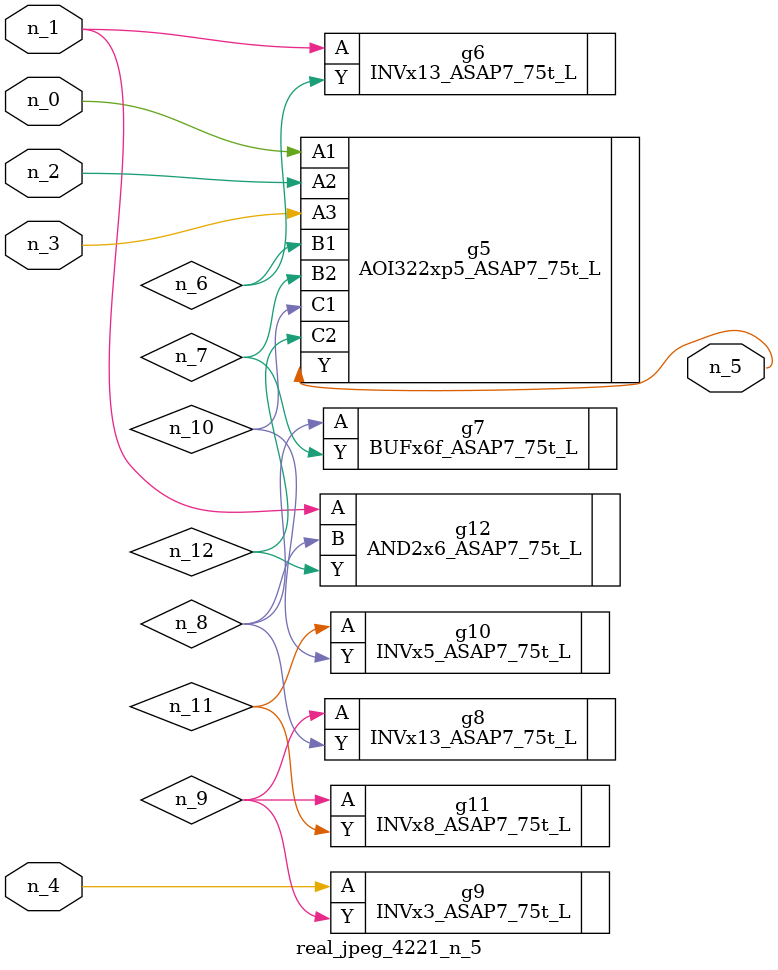
<source format=v>
module real_jpeg_4221_n_5 (n_4, n_0, n_1, n_2, n_3, n_5);

input n_4;
input n_0;
input n_1;
input n_2;
input n_3;

output n_5;

wire n_12;
wire n_8;
wire n_11;
wire n_6;
wire n_7;
wire n_10;
wire n_9;

AOI322xp5_ASAP7_75t_L g5 ( 
.A1(n_0),
.A2(n_2),
.A3(n_3),
.B1(n_6),
.B2(n_7),
.C1(n_10),
.C2(n_12),
.Y(n_5)
);

INVx13_ASAP7_75t_L g6 ( 
.A(n_1),
.Y(n_6)
);

AND2x6_ASAP7_75t_L g12 ( 
.A(n_1),
.B(n_8),
.Y(n_12)
);

INVx3_ASAP7_75t_L g9 ( 
.A(n_4),
.Y(n_9)
);

BUFx6f_ASAP7_75t_L g7 ( 
.A(n_8),
.Y(n_7)
);

INVx13_ASAP7_75t_L g8 ( 
.A(n_9),
.Y(n_8)
);

INVx8_ASAP7_75t_L g11 ( 
.A(n_9),
.Y(n_11)
);

INVx5_ASAP7_75t_L g10 ( 
.A(n_11),
.Y(n_10)
);


endmodule
</source>
